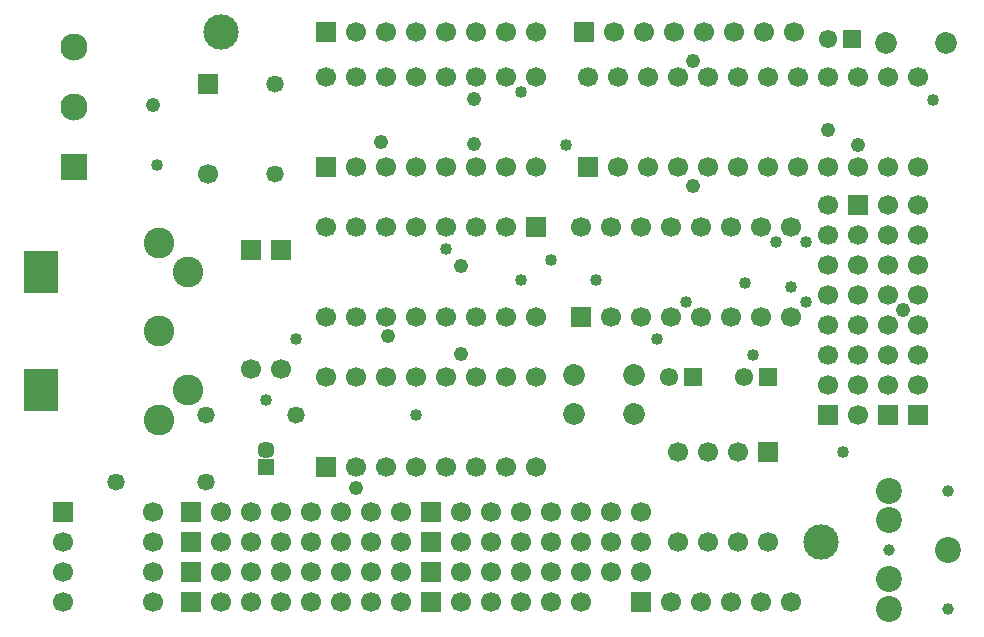
<source format=gbr>
G04 DipTrace 2.2.0.9*
%INBottomMask.gbr*%
%MOMM*%
%ADD28C,1.016*%
%ADD30C,3.0*%
%ADD31C,1.0*%
%ADD41C,1.216*%
%ADD43C,2.3*%
%ADD45R,2.3X2.3*%
%ADD47C,1.47*%
%ADD49C,1.47*%
%ADD51C,2.6*%
%ADD52C,2.2*%
%ADD53R,2.9X3.6*%
%ADD56C,1.7*%
%ADD58R,1.7X1.7*%
%ADD60C,1.45*%
%ADD62R,1.45X1.45*%
%ADD64C,1.55*%
%ADD66R,1.55X1.55*%
%ADD68C,1.85*%
%FSLAX53Y53*%
%SFA1B1*%
%OFA0B0*%
G04*
G71*
G90*
G75*
G01*
%LNBotMask*%
%LPD*%
D41*
X67945Y42545D3*
X27984Y12243D3*
X70485Y41275D3*
X30687Y25122D3*
X38001Y45156D3*
Y41340D3*
X36828Y23592D3*
X36888Y31005D3*
X30051Y41499D3*
X10812Y44679D3*
X74295Y27305D3*
X56499Y37745D3*
Y48337D3*
D28*
X35616Y32436D3*
X33020Y18415D3*
X20320Y19685D3*
X45720Y41275D3*
X61595Y23495D3*
X22896Y24804D3*
X76835Y45085D3*
X60897Y29574D3*
X66040Y27940D3*
X63500Y33020D3*
X55880Y27940D3*
X44520Y31482D3*
X41910Y45720D3*
Y29845D3*
X48260D3*
X53424Y24804D3*
X66040Y33020D3*
X11130Y39591D3*
X64770Y29210D3*
X69215Y15240D3*
D68*
X46426Y21783D3*
X51506D3*
D66*
X56515Y21590D3*
D64*
X54515D3*
D68*
X46426Y18444D3*
X51506D3*
D66*
X62865Y21590D3*
D64*
X60865D3*
D66*
X69958Y50244D3*
D64*
X67958D3*
D68*
X77908Y49926D3*
X72828D3*
D62*
X20320Y13970D3*
D60*
Y15470D3*
D58*
X19050Y32385D3*
D56*
Y22285D3*
D58*
X21590Y32385D3*
D56*
Y22285D3*
D58*
X15423Y46428D3*
D56*
Y38808D3*
D30*
X16510Y50800D3*
X67310Y7620D3*
D58*
X34290Y2540D3*
D56*
X36830D3*
X39370D3*
X41910D3*
X44450D3*
X46990D3*
D58*
X52070D3*
D56*
X54610D3*
X57150D3*
X59690D3*
X62230D3*
X64770D3*
D58*
X47244Y50800D3*
D56*
X49784D3*
X52324D3*
X54864D3*
X57404D3*
X59944D3*
X62484D3*
X65024D3*
D58*
X25400D3*
D56*
X27940D3*
X30480D3*
X33020D3*
X35560D3*
X38100D3*
X40640D3*
X43180D3*
D52*
X78105Y6985D3*
X73105Y11985D3*
Y1985D3*
Y4485D3*
Y9485D3*
D31*
X78105Y1985D3*
Y11985D3*
X73105Y6985D3*
D53*
X1270Y30480D3*
Y20480D3*
D51*
X11270Y25480D3*
Y32980D3*
Y17980D3*
X13770Y30480D3*
Y20480D3*
D49*
X15240Y18415D3*
D47*
X22860D3*
D49*
X21145Y38796D3*
D47*
Y46416D3*
D49*
X15240Y12700D3*
D47*
X7620D3*
D58*
X34290Y10160D3*
D56*
X36830D3*
X39370D3*
X41910D3*
X44450D3*
X46990D3*
X49530D3*
X52070D3*
D58*
X13970Y7620D3*
D56*
X16510D3*
X19050D3*
X21590D3*
X24130D3*
X26670D3*
X29210D3*
X31750D3*
D58*
X34290D3*
D56*
X36830D3*
X39370D3*
X41910D3*
X44450D3*
X46990D3*
X49530D3*
X52070D3*
D58*
X13970Y5080D3*
D56*
X16510D3*
X19050D3*
X21590D3*
X24130D3*
X26670D3*
X29210D3*
X31750D3*
D58*
X13970Y2540D3*
D56*
X16510D3*
X19050D3*
X21590D3*
X24130D3*
X26670D3*
X29210D3*
X31750D3*
D58*
X62865Y15240D3*
D56*
X60325D3*
X57785D3*
X55245D3*
Y7620D3*
X57785D3*
X60325D3*
X62865D3*
D58*
X25400Y13970D3*
D56*
X27940D3*
X30480D3*
X33020D3*
X35560D3*
X38100D3*
X40640D3*
X43180D3*
Y21570D3*
X40640D3*
X38100D3*
X35560D3*
X33020D3*
X30480D3*
X27940D3*
X25400D3*
D58*
X47625Y39370D3*
D56*
X50165D3*
X52705D3*
X55245D3*
X57785D3*
X60325D3*
X62865D3*
X65405D3*
X67945D3*
X70485D3*
X73025D3*
X75565D3*
Y46990D3*
X73025D3*
X70485D3*
X67945D3*
X65405D3*
X62865D3*
X60325D3*
X57785D3*
X55245D3*
X52705D3*
X50165D3*
X47625D3*
D58*
X13970Y10160D3*
D56*
X16510D3*
X19050D3*
X21590D3*
X24130D3*
X26670D3*
X29210D3*
X31750D3*
D58*
X34290Y5080D3*
D56*
X36830D3*
X39370D3*
X41910D3*
X44450D3*
X46990D3*
X49530D3*
X52070D3*
D58*
X70485Y36195D3*
D56*
Y33655D3*
Y31115D3*
Y28575D3*
Y26035D3*
Y23495D3*
Y20955D3*
Y18415D3*
D58*
X73025D3*
D56*
Y20955D3*
Y23495D3*
Y26035D3*
Y28575D3*
Y31115D3*
Y33655D3*
Y36195D3*
D58*
X67945Y18415D3*
D56*
Y20955D3*
Y23495D3*
Y26035D3*
Y28575D3*
Y31115D3*
Y33655D3*
Y36195D3*
D58*
X75565Y18415D3*
D56*
Y20955D3*
Y23495D3*
Y26035D3*
Y28575D3*
Y31115D3*
Y33655D3*
Y36195D3*
D58*
X25400Y39390D3*
D56*
X27940D3*
X30480D3*
X33020D3*
X35560D3*
X38100D3*
X40640D3*
X43180D3*
Y46990D3*
X40640D3*
X38100D3*
X35560D3*
X33020D3*
X30480D3*
X27940D3*
X25400D3*
D58*
X43180Y34290D3*
D56*
X40640D3*
X38100D3*
X35560D3*
X33020D3*
X30480D3*
X27940D3*
X25400D3*
Y26690D3*
X27940D3*
X30480D3*
X33020D3*
X35560D3*
X38100D3*
X40640D3*
X43180D3*
D58*
X46990Y26670D3*
D56*
X49530D3*
X52070D3*
X54610D3*
X57150D3*
X59690D3*
X62230D3*
X64770D3*
Y34270D3*
X62230D3*
X59690D3*
X57150D3*
X54610D3*
X52070D3*
X49530D3*
X46990D3*
D58*
X3175Y10160D3*
D56*
Y7620D3*
Y5080D3*
Y2540D3*
X10795D3*
Y5080D3*
Y7620D3*
Y10160D3*
D45*
X4132Y39432D3*
D43*
Y44512D3*
Y49592D3*
M02*

</source>
